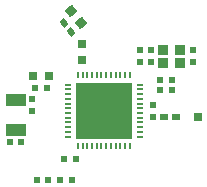
<source format=gtp>
G04 Layer_Color=8421504*
%FSLAX24Y24*%
%MOIN*%
G70*
G01*
G75*
%ADD11R,0.0315X0.0295*%
G04:AMPARAMS|DCode=12|XSize=19.7mil|YSize=25.6mil|CornerRadius=0mil|HoleSize=0mil|Usage=FLASHONLY|Rotation=40.000|XOffset=0mil|YOffset=0mil|HoleType=Round|Shape=Rectangle|*
%AMROTATEDRECTD12*
4,1,4,0.0007,-0.0161,-0.0158,0.0035,-0.0007,0.0161,0.0158,-0.0035,0.0007,-0.0161,0.0*
%
%ADD12ROTATEDRECTD12*%

G04:AMPARAMS|DCode=13|XSize=31.5mil|YSize=29.5mil|CornerRadius=0mil|HoleSize=0mil|Usage=FLASHONLY|Rotation=40.000|XOffset=0mil|YOffset=0mil|HoleType=Round|Shape=Rectangle|*
%AMROTATEDRECTD13*
4,1,4,-0.0026,-0.0214,-0.0216,0.0012,0.0026,0.0214,0.0216,-0.0012,-0.0026,-0.0214,0.0*
%
%ADD13ROTATEDRECTD13*%

%ADD15R,0.0300X0.0300*%
%ADD16R,0.0197X0.0236*%
%ADD17R,0.0236X0.0197*%
%ADD18R,0.0709X0.0394*%
%ADD19R,0.0295X0.0315*%
%ADD20R,0.1850X0.1850*%
%ADD21O,0.0079X0.0256*%
%ADD22O,0.0256X0.0079*%
%ADD23R,0.0256X0.0197*%
%ADD24R,0.0374X0.0335*%
D11*
X-740Y1686D02*
D03*
Y2218D02*
D03*
D12*
X-1320Y2915D02*
D03*
X-1080Y2629D02*
D03*
D13*
X-759Y2908D02*
D03*
X-1101Y3316D02*
D03*
D15*
X3137Y-197D02*
D03*
D16*
X-2380Y377D02*
D03*
Y-17D02*
D03*
X1220Y1613D02*
D03*
Y2007D02*
D03*
X1650Y197D02*
D03*
Y-197D02*
D03*
X1570Y1613D02*
D03*
Y2007D02*
D03*
X2970Y2007D02*
D03*
Y1613D02*
D03*
D17*
X-2743Y-1060D02*
D03*
X-3137D02*
D03*
X1883Y1030D02*
D03*
X2277D02*
D03*
X2277Y680D02*
D03*
X1883D02*
D03*
X-923Y-1610D02*
D03*
X-1317D02*
D03*
X-1903Y740D02*
D03*
X-2297D02*
D03*
X-1843Y-2300D02*
D03*
X-2237D02*
D03*
X-1073D02*
D03*
X-1467D02*
D03*
D18*
X-2940Y-642D02*
D03*
Y342D02*
D03*
D19*
X-2366Y1150D02*
D03*
X-1834D02*
D03*
D20*
X0Y0D02*
D03*
D21*
X-866Y1191D02*
D03*
X-709D02*
D03*
X-551D02*
D03*
X-394D02*
D03*
X-236D02*
D03*
X-79D02*
D03*
X79D02*
D03*
X236D02*
D03*
X394D02*
D03*
X551D02*
D03*
X709D02*
D03*
X866D02*
D03*
Y-1191D02*
D03*
X709D02*
D03*
X551D02*
D03*
X394D02*
D03*
X236D02*
D03*
X79D02*
D03*
X-79D02*
D03*
X-236D02*
D03*
X-394D02*
D03*
X-551D02*
D03*
X-709D02*
D03*
X-866D02*
D03*
D22*
X1191Y866D02*
D03*
Y709D02*
D03*
Y551D02*
D03*
Y394D02*
D03*
Y236D02*
D03*
Y79D02*
D03*
Y-79D02*
D03*
Y-236D02*
D03*
Y-394D02*
D03*
Y-551D02*
D03*
Y-709D02*
D03*
Y-866D02*
D03*
X-1191D02*
D03*
Y-709D02*
D03*
Y-551D02*
D03*
Y-394D02*
D03*
Y-236D02*
D03*
Y-79D02*
D03*
Y79D02*
D03*
Y236D02*
D03*
Y394D02*
D03*
Y551D02*
D03*
Y709D02*
D03*
Y866D02*
D03*
D23*
X2397Y-200D02*
D03*
X2023D02*
D03*
D24*
X2555Y1584D02*
D03*
Y2036D02*
D03*
X1985D02*
D03*
Y1584D02*
D03*
M02*

</source>
